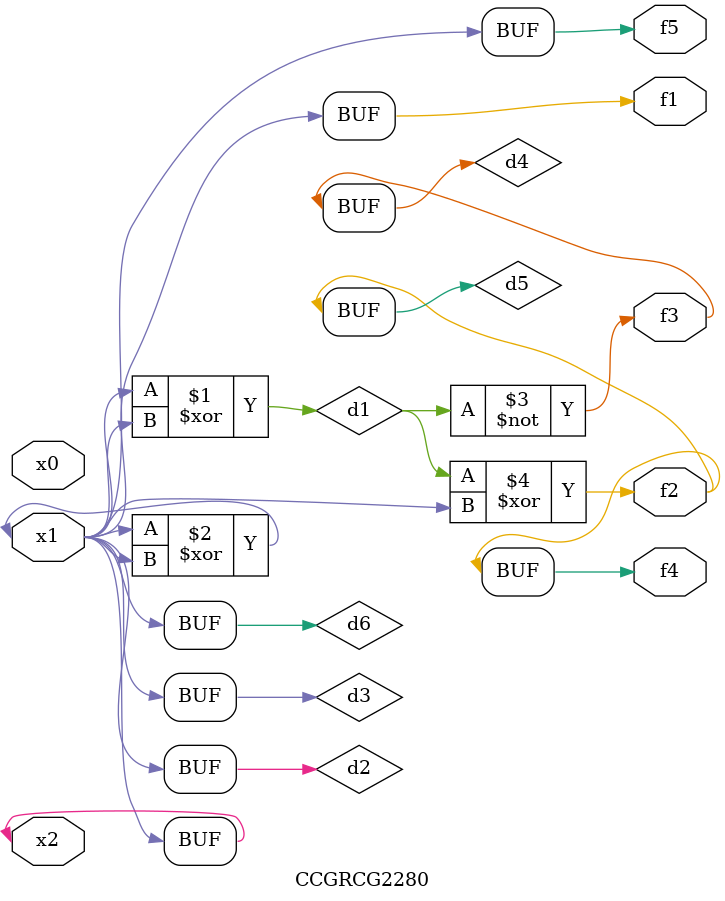
<source format=v>
module CCGRCG2280(
	input x0, x1, x2,
	output f1, f2, f3, f4, f5
);

	wire d1, d2, d3, d4, d5, d6;

	xor (d1, x1, x2);
	buf (d2, x1, x2);
	xor (d3, x1, x2);
	nor (d4, d1);
	xor (d5, d1, d2);
	buf (d6, d2, d3);
	assign f1 = d6;
	assign f2 = d5;
	assign f3 = d4;
	assign f4 = d5;
	assign f5 = d6;
endmodule

</source>
